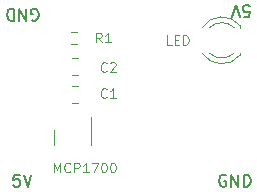
<source format=gbr>
%TF.GenerationSoftware,KiCad,Pcbnew,7.0.2*%
%TF.CreationDate,2023-05-28T00:49:17+02:00*%
%TF.ProjectId,cc1101_pcb,63633131-3031-45f7-9063-622e6b696361,rev?*%
%TF.SameCoordinates,Original*%
%TF.FileFunction,Legend,Top*%
%TF.FilePolarity,Positive*%
%FSLAX46Y46*%
G04 Gerber Fmt 4.6, Leading zero omitted, Abs format (unit mm)*
G04 Created by KiCad (PCBNEW 7.0.2) date 2023-05-28 00:49:17*
%MOMM*%
%LPD*%
G01*
G04 APERTURE LIST*
%ADD10C,0.150000*%
%ADD11C,0.120000*%
G04 APERTURE END LIST*
D10*
X55985714Y-81222380D02*
X56461904Y-81222380D01*
X56461904Y-81222380D02*
X56509523Y-80746190D01*
X56509523Y-80746190D02*
X56461904Y-80793809D01*
X56461904Y-80793809D02*
X56366666Y-80841428D01*
X56366666Y-80841428D02*
X56128571Y-80841428D01*
X56128571Y-80841428D02*
X56033333Y-80793809D01*
X56033333Y-80793809D02*
X55985714Y-80746190D01*
X55985714Y-80746190D02*
X55938095Y-80650952D01*
X55938095Y-80650952D02*
X55938095Y-80412857D01*
X55938095Y-80412857D02*
X55985714Y-80317619D01*
X55985714Y-80317619D02*
X56033333Y-80270000D01*
X56033333Y-80270000D02*
X56128571Y-80222380D01*
X56128571Y-80222380D02*
X56366666Y-80222380D01*
X56366666Y-80222380D02*
X56461904Y-80270000D01*
X56461904Y-80270000D02*
X56509523Y-80317619D01*
X55652380Y-81222380D02*
X55319047Y-80222380D01*
X55319047Y-80222380D02*
X54985714Y-81222380D01*
X38038095Y-81474761D02*
X38133333Y-81522380D01*
X38133333Y-81522380D02*
X38276190Y-81522380D01*
X38276190Y-81522380D02*
X38419047Y-81474761D01*
X38419047Y-81474761D02*
X38514285Y-81379523D01*
X38514285Y-81379523D02*
X38561904Y-81284285D01*
X38561904Y-81284285D02*
X38609523Y-81093809D01*
X38609523Y-81093809D02*
X38609523Y-80950952D01*
X38609523Y-80950952D02*
X38561904Y-80760476D01*
X38561904Y-80760476D02*
X38514285Y-80665238D01*
X38514285Y-80665238D02*
X38419047Y-80570000D01*
X38419047Y-80570000D02*
X38276190Y-80522380D01*
X38276190Y-80522380D02*
X38180952Y-80522380D01*
X38180952Y-80522380D02*
X38038095Y-80570000D01*
X38038095Y-80570000D02*
X37990476Y-80617619D01*
X37990476Y-80617619D02*
X37990476Y-80950952D01*
X37990476Y-80950952D02*
X38180952Y-80950952D01*
X37561904Y-80522380D02*
X37561904Y-81522380D01*
X37561904Y-81522380D02*
X36990476Y-80522380D01*
X36990476Y-80522380D02*
X36990476Y-81522380D01*
X36514285Y-80522380D02*
X36514285Y-81522380D01*
X36514285Y-81522380D02*
X36276190Y-81522380D01*
X36276190Y-81522380D02*
X36133333Y-81474761D01*
X36133333Y-81474761D02*
X36038095Y-81379523D01*
X36038095Y-81379523D02*
X35990476Y-81284285D01*
X35990476Y-81284285D02*
X35942857Y-81093809D01*
X35942857Y-81093809D02*
X35942857Y-80950952D01*
X35942857Y-80950952D02*
X35990476Y-80760476D01*
X35990476Y-80760476D02*
X36038095Y-80665238D01*
X36038095Y-80665238D02*
X36133333Y-80570000D01*
X36133333Y-80570000D02*
X36276190Y-80522380D01*
X36276190Y-80522380D02*
X36514285Y-80522380D01*
X54461904Y-94625238D02*
X54366666Y-94577619D01*
X54366666Y-94577619D02*
X54223809Y-94577619D01*
X54223809Y-94577619D02*
X54080952Y-94625238D01*
X54080952Y-94625238D02*
X53985714Y-94720476D01*
X53985714Y-94720476D02*
X53938095Y-94815714D01*
X53938095Y-94815714D02*
X53890476Y-95006190D01*
X53890476Y-95006190D02*
X53890476Y-95149047D01*
X53890476Y-95149047D02*
X53938095Y-95339523D01*
X53938095Y-95339523D02*
X53985714Y-95434761D01*
X53985714Y-95434761D02*
X54080952Y-95530000D01*
X54080952Y-95530000D02*
X54223809Y-95577619D01*
X54223809Y-95577619D02*
X54319047Y-95577619D01*
X54319047Y-95577619D02*
X54461904Y-95530000D01*
X54461904Y-95530000D02*
X54509523Y-95482380D01*
X54509523Y-95482380D02*
X54509523Y-95149047D01*
X54509523Y-95149047D02*
X54319047Y-95149047D01*
X54938095Y-95577619D02*
X54938095Y-94577619D01*
X54938095Y-94577619D02*
X55509523Y-95577619D01*
X55509523Y-95577619D02*
X55509523Y-94577619D01*
X55985714Y-95577619D02*
X55985714Y-94577619D01*
X55985714Y-94577619D02*
X56223809Y-94577619D01*
X56223809Y-94577619D02*
X56366666Y-94625238D01*
X56366666Y-94625238D02*
X56461904Y-94720476D01*
X56461904Y-94720476D02*
X56509523Y-94815714D01*
X56509523Y-94815714D02*
X56557142Y-95006190D01*
X56557142Y-95006190D02*
X56557142Y-95149047D01*
X56557142Y-95149047D02*
X56509523Y-95339523D01*
X56509523Y-95339523D02*
X56461904Y-95434761D01*
X56461904Y-95434761D02*
X56366666Y-95530000D01*
X56366666Y-95530000D02*
X56223809Y-95577619D01*
X56223809Y-95577619D02*
X55985714Y-95577619D01*
X37014285Y-94577619D02*
X36538095Y-94577619D01*
X36538095Y-94577619D02*
X36490476Y-95053809D01*
X36490476Y-95053809D02*
X36538095Y-95006190D01*
X36538095Y-95006190D02*
X36633333Y-94958571D01*
X36633333Y-94958571D02*
X36871428Y-94958571D01*
X36871428Y-94958571D02*
X36966666Y-95006190D01*
X36966666Y-95006190D02*
X37014285Y-95053809D01*
X37014285Y-95053809D02*
X37061904Y-95149047D01*
X37061904Y-95149047D02*
X37061904Y-95387142D01*
X37061904Y-95387142D02*
X37014285Y-95482380D01*
X37014285Y-95482380D02*
X36966666Y-95530000D01*
X36966666Y-95530000D02*
X36871428Y-95577619D01*
X36871428Y-95577619D02*
X36633333Y-95577619D01*
X36633333Y-95577619D02*
X36538095Y-95530000D01*
X36538095Y-95530000D02*
X36490476Y-95482380D01*
X37347619Y-94577619D02*
X37680952Y-95577619D01*
X37680952Y-95577619D02*
X38014285Y-94577619D01*
D11*
%TO.C,R1*%
X43954167Y-83370095D02*
X43687500Y-82989142D01*
X43497024Y-83370095D02*
X43497024Y-82570095D01*
X43497024Y-82570095D02*
X43801786Y-82570095D01*
X43801786Y-82570095D02*
X43877976Y-82608190D01*
X43877976Y-82608190D02*
X43916071Y-82646285D01*
X43916071Y-82646285D02*
X43954167Y-82722476D01*
X43954167Y-82722476D02*
X43954167Y-82836761D01*
X43954167Y-82836761D02*
X43916071Y-82912952D01*
X43916071Y-82912952D02*
X43877976Y-82951047D01*
X43877976Y-82951047D02*
X43801786Y-82989142D01*
X43801786Y-82989142D02*
X43497024Y-82989142D01*
X44716071Y-83370095D02*
X44258928Y-83370095D01*
X44487500Y-83370095D02*
X44487500Y-82570095D01*
X44487500Y-82570095D02*
X44411309Y-82684380D01*
X44411309Y-82684380D02*
X44335119Y-82760571D01*
X44335119Y-82760571D02*
X44258928Y-82798666D01*
%TO.C,C1*%
X44366667Y-87993904D02*
X44328571Y-88032000D01*
X44328571Y-88032000D02*
X44214286Y-88070095D01*
X44214286Y-88070095D02*
X44138095Y-88070095D01*
X44138095Y-88070095D02*
X44023809Y-88032000D01*
X44023809Y-88032000D02*
X43947619Y-87955809D01*
X43947619Y-87955809D02*
X43909524Y-87879619D01*
X43909524Y-87879619D02*
X43871428Y-87727238D01*
X43871428Y-87727238D02*
X43871428Y-87612952D01*
X43871428Y-87612952D02*
X43909524Y-87460571D01*
X43909524Y-87460571D02*
X43947619Y-87384380D01*
X43947619Y-87384380D02*
X44023809Y-87308190D01*
X44023809Y-87308190D02*
X44138095Y-87270095D01*
X44138095Y-87270095D02*
X44214286Y-87270095D01*
X44214286Y-87270095D02*
X44328571Y-87308190D01*
X44328571Y-87308190D02*
X44366667Y-87346285D01*
X45128571Y-88070095D02*
X44671428Y-88070095D01*
X44900000Y-88070095D02*
X44900000Y-87270095D01*
X44900000Y-87270095D02*
X44823809Y-87384380D01*
X44823809Y-87384380D02*
X44747619Y-87460571D01*
X44747619Y-87460571D02*
X44671428Y-87498666D01*
%TO.C,MCP1700*%
X39909523Y-94370095D02*
X39909523Y-93570095D01*
X39909523Y-93570095D02*
X40176189Y-94141523D01*
X40176189Y-94141523D02*
X40442856Y-93570095D01*
X40442856Y-93570095D02*
X40442856Y-94370095D01*
X41280952Y-94293904D02*
X41242856Y-94332000D01*
X41242856Y-94332000D02*
X41128571Y-94370095D01*
X41128571Y-94370095D02*
X41052380Y-94370095D01*
X41052380Y-94370095D02*
X40938094Y-94332000D01*
X40938094Y-94332000D02*
X40861904Y-94255809D01*
X40861904Y-94255809D02*
X40823809Y-94179619D01*
X40823809Y-94179619D02*
X40785713Y-94027238D01*
X40785713Y-94027238D02*
X40785713Y-93912952D01*
X40785713Y-93912952D02*
X40823809Y-93760571D01*
X40823809Y-93760571D02*
X40861904Y-93684380D01*
X40861904Y-93684380D02*
X40938094Y-93608190D01*
X40938094Y-93608190D02*
X41052380Y-93570095D01*
X41052380Y-93570095D02*
X41128571Y-93570095D01*
X41128571Y-93570095D02*
X41242856Y-93608190D01*
X41242856Y-93608190D02*
X41280952Y-93646285D01*
X41623809Y-94370095D02*
X41623809Y-93570095D01*
X41623809Y-93570095D02*
X41928571Y-93570095D01*
X41928571Y-93570095D02*
X42004761Y-93608190D01*
X42004761Y-93608190D02*
X42042856Y-93646285D01*
X42042856Y-93646285D02*
X42080952Y-93722476D01*
X42080952Y-93722476D02*
X42080952Y-93836761D01*
X42080952Y-93836761D02*
X42042856Y-93912952D01*
X42042856Y-93912952D02*
X42004761Y-93951047D01*
X42004761Y-93951047D02*
X41928571Y-93989142D01*
X41928571Y-93989142D02*
X41623809Y-93989142D01*
X42842856Y-94370095D02*
X42385713Y-94370095D01*
X42614285Y-94370095D02*
X42614285Y-93570095D01*
X42614285Y-93570095D02*
X42538094Y-93684380D01*
X42538094Y-93684380D02*
X42461904Y-93760571D01*
X42461904Y-93760571D02*
X42385713Y-93798666D01*
X43109523Y-93570095D02*
X43642857Y-93570095D01*
X43642857Y-93570095D02*
X43299999Y-94370095D01*
X44100000Y-93570095D02*
X44176190Y-93570095D01*
X44176190Y-93570095D02*
X44252381Y-93608190D01*
X44252381Y-93608190D02*
X44290476Y-93646285D01*
X44290476Y-93646285D02*
X44328571Y-93722476D01*
X44328571Y-93722476D02*
X44366666Y-93874857D01*
X44366666Y-93874857D02*
X44366666Y-94065333D01*
X44366666Y-94065333D02*
X44328571Y-94217714D01*
X44328571Y-94217714D02*
X44290476Y-94293904D01*
X44290476Y-94293904D02*
X44252381Y-94332000D01*
X44252381Y-94332000D02*
X44176190Y-94370095D01*
X44176190Y-94370095D02*
X44100000Y-94370095D01*
X44100000Y-94370095D02*
X44023809Y-94332000D01*
X44023809Y-94332000D02*
X43985714Y-94293904D01*
X43985714Y-94293904D02*
X43947619Y-94217714D01*
X43947619Y-94217714D02*
X43909523Y-94065333D01*
X43909523Y-94065333D02*
X43909523Y-93874857D01*
X43909523Y-93874857D02*
X43947619Y-93722476D01*
X43947619Y-93722476D02*
X43985714Y-93646285D01*
X43985714Y-93646285D02*
X44023809Y-93608190D01*
X44023809Y-93608190D02*
X44100000Y-93570095D01*
X44861905Y-93570095D02*
X44938095Y-93570095D01*
X44938095Y-93570095D02*
X45014286Y-93608190D01*
X45014286Y-93608190D02*
X45052381Y-93646285D01*
X45052381Y-93646285D02*
X45090476Y-93722476D01*
X45090476Y-93722476D02*
X45128571Y-93874857D01*
X45128571Y-93874857D02*
X45128571Y-94065333D01*
X45128571Y-94065333D02*
X45090476Y-94217714D01*
X45090476Y-94217714D02*
X45052381Y-94293904D01*
X45052381Y-94293904D02*
X45014286Y-94332000D01*
X45014286Y-94332000D02*
X44938095Y-94370095D01*
X44938095Y-94370095D02*
X44861905Y-94370095D01*
X44861905Y-94370095D02*
X44785714Y-94332000D01*
X44785714Y-94332000D02*
X44747619Y-94293904D01*
X44747619Y-94293904D02*
X44709524Y-94217714D01*
X44709524Y-94217714D02*
X44671428Y-94065333D01*
X44671428Y-94065333D02*
X44671428Y-93874857D01*
X44671428Y-93874857D02*
X44709524Y-93722476D01*
X44709524Y-93722476D02*
X44747619Y-93646285D01*
X44747619Y-93646285D02*
X44785714Y-93608190D01*
X44785714Y-93608190D02*
X44861905Y-93570095D01*
%TO.C,LED*%
X49885714Y-83570095D02*
X49504762Y-83570095D01*
X49504762Y-83570095D02*
X49504762Y-82770095D01*
X50152381Y-83151047D02*
X50419047Y-83151047D01*
X50533333Y-83570095D02*
X50152381Y-83570095D01*
X50152381Y-83570095D02*
X50152381Y-82770095D01*
X50152381Y-82770095D02*
X50533333Y-82770095D01*
X50876191Y-83570095D02*
X50876191Y-82770095D01*
X50876191Y-82770095D02*
X51066667Y-82770095D01*
X51066667Y-82770095D02*
X51180953Y-82808190D01*
X51180953Y-82808190D02*
X51257143Y-82884380D01*
X51257143Y-82884380D02*
X51295238Y-82960571D01*
X51295238Y-82960571D02*
X51333334Y-83112952D01*
X51333334Y-83112952D02*
X51333334Y-83227238D01*
X51333334Y-83227238D02*
X51295238Y-83379619D01*
X51295238Y-83379619D02*
X51257143Y-83455809D01*
X51257143Y-83455809D02*
X51180953Y-83532000D01*
X51180953Y-83532000D02*
X51066667Y-83570095D01*
X51066667Y-83570095D02*
X50876191Y-83570095D01*
%TO.C,C2*%
X44366667Y-85793904D02*
X44328571Y-85832000D01*
X44328571Y-85832000D02*
X44214286Y-85870095D01*
X44214286Y-85870095D02*
X44138095Y-85870095D01*
X44138095Y-85870095D02*
X44023809Y-85832000D01*
X44023809Y-85832000D02*
X43947619Y-85755809D01*
X43947619Y-85755809D02*
X43909524Y-85679619D01*
X43909524Y-85679619D02*
X43871428Y-85527238D01*
X43871428Y-85527238D02*
X43871428Y-85412952D01*
X43871428Y-85412952D02*
X43909524Y-85260571D01*
X43909524Y-85260571D02*
X43947619Y-85184380D01*
X43947619Y-85184380D02*
X44023809Y-85108190D01*
X44023809Y-85108190D02*
X44138095Y-85070095D01*
X44138095Y-85070095D02*
X44214286Y-85070095D01*
X44214286Y-85070095D02*
X44328571Y-85108190D01*
X44328571Y-85108190D02*
X44366667Y-85146285D01*
X44671428Y-85146285D02*
X44709524Y-85108190D01*
X44709524Y-85108190D02*
X44785714Y-85070095D01*
X44785714Y-85070095D02*
X44976190Y-85070095D01*
X44976190Y-85070095D02*
X45052381Y-85108190D01*
X45052381Y-85108190D02*
X45090476Y-85146285D01*
X45090476Y-85146285D02*
X45128571Y-85222476D01*
X45128571Y-85222476D02*
X45128571Y-85298666D01*
X45128571Y-85298666D02*
X45090476Y-85412952D01*
X45090476Y-85412952D02*
X44633333Y-85870095D01*
X44633333Y-85870095D02*
X45128571Y-85870095D01*
%TO.C,R1*%
X41842224Y-82477500D02*
X41332776Y-82477500D01*
X41842224Y-83522500D02*
X41332776Y-83522500D01*
%TO.C,C1*%
X41438748Y-88535000D02*
X41961252Y-88535000D01*
X41438748Y-87065000D02*
X41961252Y-87065000D01*
%TO.C,MCP1700*%
X43060000Y-91400000D02*
X43060000Y-89725000D01*
X43060000Y-91400000D02*
X43060000Y-92050000D01*
X39940000Y-91400000D02*
X39940000Y-90750000D01*
X39940000Y-91400000D02*
X39940000Y-92050000D01*
%TO.C,LED*%
X55689999Y-81964485D02*
G75*
G03*
X52457666Y-82121392I-1559999J-1235515D01*
G01*
X55170960Y-82120001D02*
G75*
G03*
X53088871Y-82120164I-1040960J-1079999D01*
G01*
X53088871Y-84279836D02*
G75*
G03*
X55170960Y-84279999I1041129J1079836D01*
G01*
X52457666Y-84278608D02*
G75*
G03*
X55689999Y-84435515I1672334J1078608D01*
G01*
X55690000Y-82120000D02*
X55690000Y-81964000D01*
X55690000Y-84436000D02*
X55690000Y-84280000D01*
%TO.C,C2*%
X41438748Y-86135000D02*
X41961252Y-86135000D01*
X41438748Y-84665000D02*
X41961252Y-84665000D01*
%TD*%
M02*

</source>
